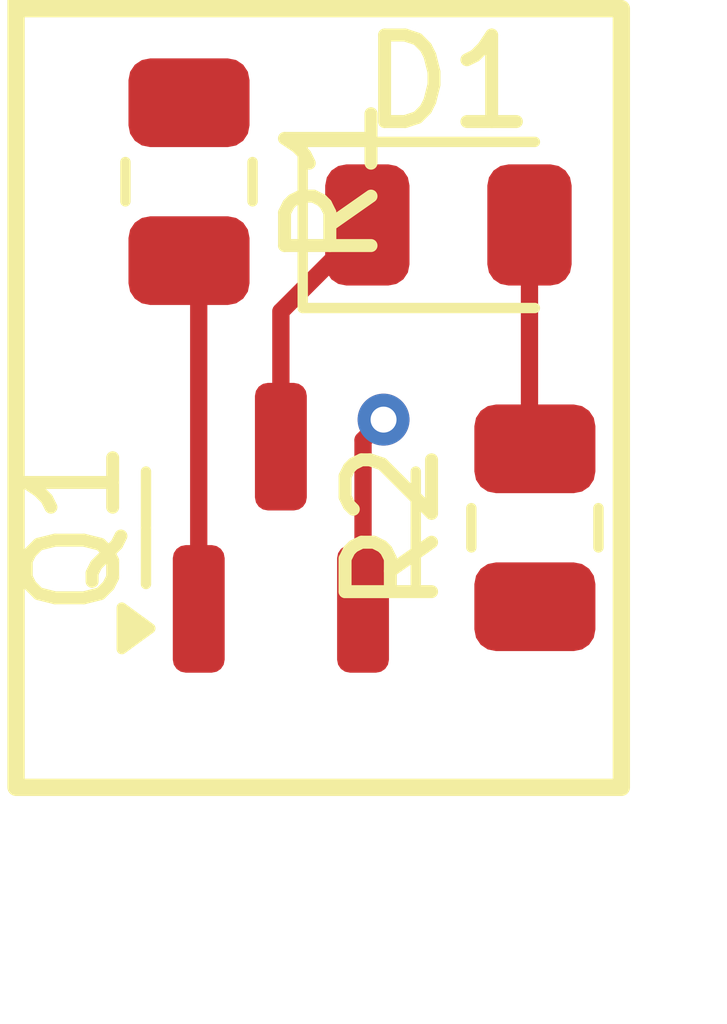
<source format=kicad_pcb>
(kicad_pcb (version 20240108) (generator "pcbnew") (generator_version "8.0")
  (layers (0 "F.Cu" signal) (31 "B.Cu" signal) (34 "B.Paste" user) (35 "F.Paste" user) (36 "B.SilkS" user "B.Silkscreen") (37 "F.SilkS" user "F.Silkscreen") (38 "B.Mask" user) (39 "F.Mask" user) (44 "Edge.Cuts" user))
  (net 0 "")
  (net 1 "Net-(D1-A)")
  (net 2 "Net-(D1-K)")
  (net 3 "Net-(Q1-B)")
  (net 4 "GND")
  (net 5 "/IN")
  (net 6 "VCC")
  (footprint "Resistor_SMD:R_0805_2012Metric" (layer "F.Cu") (at 106 82 -90)
    (property "Reference" "R1" (at 0 -1.65 90) (layer "F.SilkS"))
    (property "Value" "42k" (hide yes))
    (fp_line (start -0.227064 0.735) (end 0.227064 0.735) (stroke (width 0.12)) (layer "F.SilkS"))
    (fp_line (start -0.227064 -0.735) (end 0.227064 -0.735) (stroke (width 0.12)) (layer "F.SilkS"))
    (pad "1" smd roundrect (at -0.9125 0 270) (size 1.025 1.4) (layers "F.Cu" "F.Paste" "F.Mask") (roundrect_rratio 0.243902) (net 5 "/IN"))
    (pad "2" smd roundrect (at 0.9125 0 270) (size 1.025 1.4) (layers "F.Cu" "F.Paste" "F.Mask") (roundrect_rratio 0.243902) (net 3 "Net-(Q1-B)"))
  )
  (footprint "Resistor_SMD:R_0805_2012Metric" (layer "F.Cu") (at 110 86 90)
    (property "Reference" "R2" (at 0 -1.65 90) (layer "F.SilkS"))
    (property "Value" "200" (hide yes))
    (fp_line (start -0.227064 -0.735) (end 0.227064 -0.735) (stroke (width 0.12)) (layer "F.SilkS"))
    (fp_line (start -0.227064 0.735) (end 0.227064 0.735) (stroke (width 0.12)) (layer "F.SilkS"))
    (pad "1" smd roundrect (at -0.9125 0 90) (size 1.025 1.4) (layers "F.Cu" "F.Paste" "F.Mask") (roundrect_rratio 0.243902) (net 6 "VCC"))
    (pad "2" smd roundrect (at 0.9125 0 90) (size 1.025 1.4) (layers "F.Cu" "F.Paste" "F.Mask") (roundrect_rratio 0.243902) (net 1 "Net-(D1-A)"))
  )
  (footprint "LED_SMD:LED_0805_2012Metric" (layer "F.Cu") (at 109 82.5)
    (property "Reference" "D1" (at 0 -1.65 0) (layer "F.SilkS"))
    (property "Value" "Red LED")
    (fp_line (start -1.685 -0.96) (end -1.685 0.96) (stroke (width 0.12)) (layer "F.SilkS"))
    (fp_line (start -1.685 0.96) (end 1 0.96) (stroke (width 0.12)) (layer "F.SilkS"))
    (fp_line (start 1 -0.96) (end -1.685 -0.96) (stroke (width 0.12)) (layer "F.SilkS"))
    (pad "1" smd roundrect (at -0.9375 0) (size 0.975 1.4) (layers "F.Cu" "F.Paste" "F.Mask") (net 2 "Net-(D1-K)"))
    (pad "2" smd roundrect (at 0.9375 0) (size 0.975 1.4) (layers "F.Cu" "F.Paste" "F.Mask") (net 1 "Net-(D1-A)"))
  )
  (footprint "Package_TO_SOT_SMD:SOT-23" (layer "F.Cu") (at 107.0625 86 90)
    (property "Reference" "Q1" (at 0 -2.4 90) (layer "F.SilkS"))
    (property "Value" "NPN Transistor")
    (fp_line (start 0 -1.56) (end 0.65 -1.56) (stroke (width 0.12)) (layer "F.SilkS"))
    (fp_line (start 0 -1.56) (end -0.65 -1.56) (stroke (width 0.12)) (layer "F.SilkS"))
    (fp_line (start 0 1.56) (end 0.65 1.56) (stroke (width 0.12)) (layer "F.SilkS"))
    (fp_line (start 0 1.56) (end -0.65 1.56) (stroke (width 0.12)) (layer "F.SilkS"))
    (fp_poly (pts (xy -1.1625 -1.51) (xy -1.4025 -1.84) (xy -0.9225 -1.84) (xy -1.1625 -1.51)) (stroke (width 0.12)) (fill solid) (layer "F.SilkS"))
    (pad "1" smd roundrect (at -0.9375 -0.95 90) (size 1.475 0.6) (layers "F.Cu" "F.Paste" "F.Mask") (net 3 "Net-(Q1-B)"))
    (pad "2" smd roundrect (at -0.9375 0.95 90) (size 1.475 0.6) (layers "F.Cu" "F.Paste" "F.Mask") (net 4 "GND"))
    (pad "3" smd roundrect (at 0.9375 0 90) (size 1.475 0.6) (layers "F.Cu" "F.Paste" "F.Mask") (net 2 "Net-(D1-K)"))
  )
  (gr_rect (start 104 80) (end 111 89) (stroke (width 0.2)) (fill none) (layer "F.SilkS"))
  (segment (start 109.9375 82.5) (end 109.9375 85.025) (width 0.2) (layer "F.Cu") (net 1))
  (segment (start 109.9375 85.025) (end 110 85.0875) (width 0.2) (layer "F.Cu") (net 1))
  (segment (start 107.0625 83.5) (end 107.0625 85.0625) (width 0.2) (layer "F.Cu") (net 2))
  (segment (start 108.0625 82.5) (end 107.0625 83.5) (width 0.2) (layer "F.Cu") (net 2))
  (segment (start 106.1125 83.025) (end 106 82.9125) (width 0.2) (layer "F.Cu") (net 3))
  (segment (start 106.1125 86.9375) (end 106.1125 83.025) (width 0.2) (layer "F.Cu") (net 3))
  (segment (start 108.0125 86.9375) (end 108.0125 84.9875) (width 0.2) (layer "F.Cu") (net 4))
  (segment (start 108.0125 84.9875) (end 108.25 84.75) (width 0.2) (layer "F.Cu") (net 4))
  (via (at 108.25 84.75) (size 0.6) (drill 0.3) (layers "F.Cu" "B.Cu") (net 4))
)
</source>
